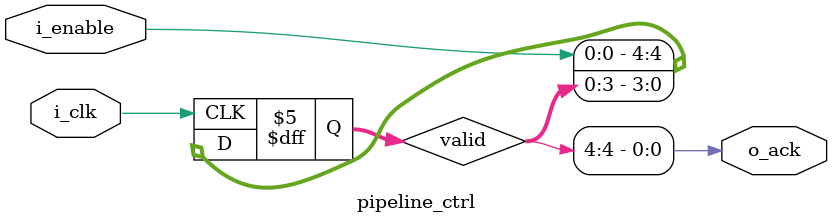
<source format=v>
/*
 * Copyright (c) 2021, Marcos Medeiros
 * Licensed under BSD 3-clause.
 */
module pipeline_ctrl(
  input   i_clk,
  input   i_enable,
  output  o_ack
);
  parameter WIDTH = 4;
  reg [0:WIDTH] valid = 0;

  assign o_ack = valid[WIDTH];

  integer i;
  initial begin
    valid = 0;
  end
  
  always @(posedge i_clk)
  begin
    valid[0] <= i_enable;

    for (i = 1; i <= WIDTH; i = i+1)
      valid[i] <= valid[i - 1];
  
  end

endmodule


</source>
